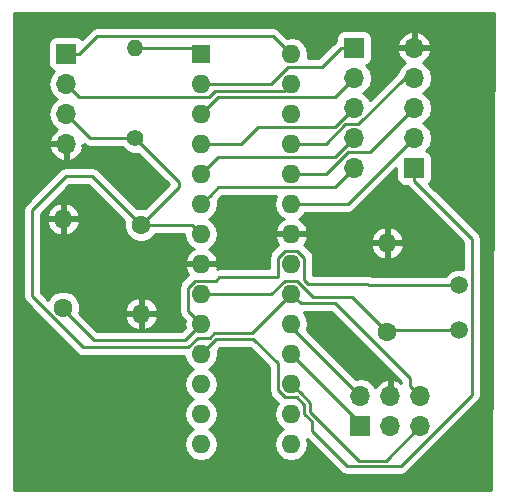
<source format=gbr>
G04 #@! TF.FileFunction,Copper,L2,Bot,Signal*
%FSLAX46Y46*%
G04 Gerber Fmt 4.6, Leading zero omitted, Abs format (unit mm)*
G04 Created by KiCad (PCBNEW 4.0.7-e2-6376~58~ubuntu14.04.1) date Tue Mar 27 12:53:26 2018*
%MOMM*%
%LPD*%
G01*
G04 APERTURE LIST*
%ADD10C,0.100000*%
%ADD11C,1.600000*%
%ADD12O,1.600000X1.600000*%
%ADD13R,1.700000X1.700000*%
%ADD14O,1.700000X1.700000*%
%ADD15C,1.400000*%
%ADD16O,1.400000X1.400000*%
%ADD17R,1.600000X1.600000*%
%ADD18C,1.500000*%
%ADD19C,0.250000*%
%ADD20C,0.254000*%
G04 APERTURE END LIST*
D10*
D11*
X163322000Y-117094000D03*
D12*
X163322000Y-124594000D03*
D11*
X156718000Y-124086000D03*
D12*
X156718000Y-116586000D03*
D11*
X184150000Y-126118000D03*
D12*
X184150000Y-118618000D03*
D13*
X181864000Y-134112000D03*
D14*
X181864000Y-131572000D03*
X184404000Y-134112000D03*
X184404000Y-131572000D03*
X186944000Y-134112000D03*
X186944000Y-131572000D03*
D13*
X156972000Y-102616000D03*
D14*
X156972000Y-105156000D03*
X156972000Y-107696000D03*
X156972000Y-110236000D03*
D13*
X181356000Y-102108000D03*
D14*
X181356000Y-104648000D03*
X181356000Y-107188000D03*
X181356000Y-109728000D03*
X181356000Y-112268000D03*
D13*
X186436000Y-112268000D03*
D14*
X186436000Y-109728000D03*
X186436000Y-107188000D03*
X186436000Y-104648000D03*
X186436000Y-102108000D03*
D15*
X162814000Y-109728000D03*
D16*
X162814000Y-102108000D03*
D17*
X168402000Y-102616000D03*
D12*
X176022000Y-135636000D03*
X168402000Y-105156000D03*
X176022000Y-133096000D03*
X168402000Y-107696000D03*
X176022000Y-130556000D03*
X168402000Y-110236000D03*
X176022000Y-128016000D03*
X168402000Y-112776000D03*
X176022000Y-125476000D03*
X168402000Y-115316000D03*
X176022000Y-122936000D03*
X168402000Y-117856000D03*
X176022000Y-120396000D03*
X168402000Y-120396000D03*
X176022000Y-117856000D03*
X168402000Y-122936000D03*
X176022000Y-115316000D03*
X168402000Y-125476000D03*
X176022000Y-112776000D03*
X168402000Y-128016000D03*
X176022000Y-110236000D03*
X168402000Y-130556000D03*
X176022000Y-107696000D03*
X168402000Y-133096000D03*
X176022000Y-105156000D03*
X168402000Y-135636000D03*
X176022000Y-102616000D03*
D18*
X190246000Y-122184000D03*
X190246000Y-125984000D03*
D19*
X162814000Y-109728000D02*
X166570406Y-113484406D01*
X166570406Y-113484406D02*
X166570406Y-113845594D01*
X166570406Y-113845594D02*
X163322000Y-117094000D01*
X172681207Y-126276793D02*
X175222001Y-123735999D01*
X169504796Y-126276793D02*
X172681207Y-126276793D01*
X175222001Y-123735999D02*
X176022000Y-122936000D01*
X169152070Y-126629519D02*
X169504796Y-126276793D01*
X154073566Y-123106568D02*
X158417008Y-127450010D01*
X154073566Y-115814572D02*
X154073566Y-123106568D01*
X163322000Y-117094000D02*
X159181618Y-112953618D01*
X159181618Y-112953618D02*
X156934520Y-112953618D01*
X156934520Y-112953618D02*
X154073566Y-115814572D01*
X167302988Y-127450010D02*
X168123479Y-126629519D01*
X168123479Y-126629519D02*
X169152070Y-126629519D01*
X158417008Y-127450010D02*
X167302988Y-127450010D01*
X186094001Y-130722001D02*
X186944000Y-131572000D01*
X179744067Y-123735999D02*
X186094001Y-130085933D01*
X186094001Y-130085933D02*
X186094001Y-130722001D01*
X176022000Y-122936000D02*
X176821999Y-123735999D01*
X176821999Y-123735999D02*
X179744067Y-123735999D01*
X163322000Y-117094000D02*
X167640000Y-117094000D01*
X167640000Y-117094000D02*
X168402000Y-117856000D01*
X162814000Y-109728000D02*
X159004000Y-109728000D01*
X159004000Y-109728000D02*
X156972000Y-107696000D01*
X156972000Y-116332000D02*
X156718000Y-116586000D01*
X168402000Y-125476000D02*
X167276999Y-124350999D01*
X167276999Y-124350999D02*
X167276999Y-122395999D01*
X167276999Y-122395999D02*
X167861999Y-121810999D01*
X167861999Y-121810999D02*
X169650913Y-121810999D01*
X169650913Y-121810999D02*
X169937819Y-121524093D01*
X169937819Y-121524093D02*
X174896999Y-121524093D01*
X174896999Y-121524093D02*
X174896999Y-119855999D01*
X174896999Y-119855999D02*
X175481999Y-119270999D01*
X175481999Y-119270999D02*
X176562001Y-119270999D01*
X176562001Y-119270999D02*
X177147001Y-119855999D01*
X177147001Y-119855999D02*
X177147001Y-121759589D01*
X177147001Y-121759589D02*
X177440595Y-122053182D01*
X177440595Y-122053182D02*
X182487176Y-122053182D01*
X182487176Y-122053182D02*
X182617994Y-122184000D01*
X182617994Y-122184000D02*
X189185340Y-122184000D01*
X189185340Y-122184000D02*
X190246000Y-122184000D01*
X156718000Y-124086000D02*
X156718000Y-124237557D01*
X156718000Y-124237557D02*
X159311823Y-126831380D01*
X159311823Y-126831380D02*
X167046620Y-126831380D01*
X167046620Y-126831380D02*
X168402000Y-125476000D01*
X169533370Y-122936000D02*
X168402000Y-122936000D01*
X176562001Y-121810999D02*
X175481999Y-121810999D01*
X175481999Y-121810999D02*
X174356998Y-122936000D01*
X177906453Y-123155451D02*
X176562001Y-121810999D01*
X184150000Y-126118000D02*
X181187451Y-123155451D01*
X181187451Y-123155451D02*
X177906453Y-123155451D01*
X174356998Y-122936000D02*
X169533370Y-122936000D01*
X190246000Y-125984000D02*
X184284000Y-125984000D01*
X184284000Y-125984000D02*
X184150000Y-126118000D01*
X181864000Y-134112000D02*
X181864000Y-133858000D01*
X181864000Y-133858000D02*
X176022000Y-128016000D01*
X181864000Y-131572000D02*
X176022000Y-125730000D01*
X176022000Y-125730000D02*
X176022000Y-125476000D01*
X162814000Y-102108000D02*
X167894000Y-102108000D01*
X167894000Y-102108000D02*
X168402000Y-102616000D01*
X177597012Y-132131012D02*
X176821999Y-131355999D01*
X177597012Y-132890194D02*
X177597012Y-132131012D01*
X176821999Y-131355999D02*
X176022000Y-130556000D01*
X186944000Y-134112000D02*
X184019127Y-137036873D01*
X184019127Y-137036873D02*
X181743689Y-137036873D01*
X181743689Y-137036873D02*
X177597012Y-132890194D01*
X156972000Y-102616000D02*
X158072000Y-102616000D01*
X158072000Y-102616000D02*
X159605001Y-101082999D01*
X159605001Y-101082999D02*
X174488999Y-101082999D01*
X174488999Y-101082999D02*
X175222001Y-101816001D01*
X175222001Y-101816001D02*
X176022000Y-102616000D01*
X175440818Y-105737182D02*
X176022000Y-105156000D01*
X169598818Y-105737182D02*
X175440818Y-105737182D01*
X169054999Y-106281001D02*
X169598818Y-105737182D01*
X158097001Y-106281001D02*
X169054999Y-106281001D01*
X156972000Y-105156000D02*
X158097001Y-106281001D01*
X168402000Y-105156000D02*
X174356998Y-105156000D01*
X174356998Y-105156000D02*
X175771997Y-103741001D01*
X175771997Y-103741001D02*
X178622999Y-103741001D01*
X178622999Y-103741001D02*
X180256000Y-102108000D01*
X180256000Y-102108000D02*
X181356000Y-102108000D01*
X168402000Y-107696000D02*
X169816999Y-106281001D01*
X180506001Y-105497999D02*
X181356000Y-104648000D01*
X169816999Y-106281001D02*
X179722999Y-106281001D01*
X179722999Y-106281001D02*
X180506001Y-105497999D01*
X168402000Y-110236000D02*
X171816998Y-110236000D01*
X171816998Y-110236000D02*
X173231997Y-108821001D01*
X173231997Y-108821001D02*
X179722999Y-108821001D01*
X179722999Y-108821001D02*
X180506001Y-108037999D01*
X180506001Y-108037999D02*
X181356000Y-107188000D01*
X168402000Y-112776000D02*
X169816999Y-111361001D01*
X169816999Y-111361001D02*
X179722999Y-111361001D01*
X179722999Y-111361001D02*
X180506001Y-110577999D01*
X180506001Y-110577999D02*
X181356000Y-109728000D01*
X181356000Y-112268000D02*
X179722999Y-113901001D01*
X179722999Y-113901001D02*
X169816999Y-113901001D01*
X169816999Y-113901001D02*
X169201999Y-114516001D01*
X169201999Y-114516001D02*
X168402000Y-115316000D01*
X186436000Y-113368000D02*
X186436000Y-112268000D01*
X175481999Y-131681001D02*
X176510591Y-131681001D01*
X191321001Y-118253001D02*
X186436000Y-113368000D01*
X177765987Y-134510999D02*
X180741872Y-137486884D01*
X168402000Y-128016000D02*
X169691196Y-126726804D01*
X169691196Y-126726804D02*
X172831296Y-126726804D01*
X180741872Y-137486884D02*
X185308118Y-137486884D01*
X172831296Y-126726804D02*
X174896999Y-128792507D01*
X174896999Y-128792507D02*
X174896999Y-131096001D01*
X174896999Y-131096001D02*
X175481999Y-131681001D01*
X176510591Y-131681001D02*
X177147002Y-132317412D01*
X185308118Y-137486884D02*
X191321001Y-131474001D01*
X177147002Y-132317412D02*
X177147003Y-133076595D01*
X177147003Y-133076595D02*
X177765987Y-133695580D01*
X177765987Y-133695580D02*
X177765987Y-134510999D01*
X191321001Y-131474001D02*
X191321001Y-118253001D01*
X186436000Y-109728000D02*
X180848000Y-115316000D01*
X180848000Y-115316000D02*
X176022000Y-115316000D01*
X186436000Y-107188000D02*
X182720999Y-110903001D01*
X182720999Y-110903001D02*
X180817409Y-110903001D01*
X178944410Y-112776000D02*
X177153370Y-112776000D01*
X180817409Y-110903001D02*
X178944410Y-112776000D01*
X177153370Y-112776000D02*
X176022000Y-112776000D01*
X186436000Y-104648000D02*
X185635002Y-104648000D01*
X185635002Y-104648000D02*
X181730003Y-108552999D01*
X181730003Y-108552999D02*
X180627411Y-108552999D01*
X180627411Y-108552999D02*
X178944410Y-110236000D01*
X178944410Y-110236000D02*
X177153370Y-110236000D01*
X177153370Y-110236000D02*
X176022000Y-110236000D01*
D20*
G36*
X192913791Y-139573000D02*
X152527000Y-139573000D01*
X152527000Y-115814572D01*
X153313566Y-115814572D01*
X153313566Y-123106568D01*
X153371418Y-123397407D01*
X153536165Y-123643969D01*
X157879607Y-127987411D01*
X158126169Y-128152158D01*
X158417008Y-128210010D01*
X166977478Y-128210010D01*
X167048120Y-128565151D01*
X167359189Y-129030698D01*
X167741275Y-129286000D01*
X167359189Y-129541302D01*
X167048120Y-130006849D01*
X166938887Y-130556000D01*
X167048120Y-131105151D01*
X167359189Y-131570698D01*
X167741275Y-131826000D01*
X167359189Y-132081302D01*
X167048120Y-132546849D01*
X166938887Y-133096000D01*
X167048120Y-133645151D01*
X167359189Y-134110698D01*
X167741275Y-134366000D01*
X167359189Y-134621302D01*
X167048120Y-135086849D01*
X166938887Y-135636000D01*
X167048120Y-136185151D01*
X167359189Y-136650698D01*
X167824736Y-136961767D01*
X168373887Y-137071000D01*
X168430113Y-137071000D01*
X168979264Y-136961767D01*
X169444811Y-136650698D01*
X169755880Y-136185151D01*
X169865113Y-135636000D01*
X169755880Y-135086849D01*
X169444811Y-134621302D01*
X169062725Y-134366000D01*
X169444811Y-134110698D01*
X169755880Y-133645151D01*
X169865113Y-133096000D01*
X169755880Y-132546849D01*
X169444811Y-132081302D01*
X169062725Y-131826000D01*
X169444811Y-131570698D01*
X169755880Y-131105151D01*
X169865113Y-130556000D01*
X169755880Y-130006849D01*
X169444811Y-129541302D01*
X169062725Y-129286000D01*
X169444811Y-129030698D01*
X169755880Y-128565151D01*
X169865113Y-128016000D01*
X169800688Y-127692114D01*
X170005998Y-127486804D01*
X172516494Y-127486804D01*
X174136999Y-129107309D01*
X174136999Y-131096001D01*
X174194851Y-131386840D01*
X174359598Y-131633402D01*
X174910419Y-132184223D01*
X174668120Y-132546849D01*
X174558887Y-133096000D01*
X174668120Y-133645151D01*
X174979189Y-134110698D01*
X175361275Y-134366000D01*
X174979189Y-134621302D01*
X174668120Y-135086849D01*
X174558887Y-135636000D01*
X174668120Y-136185151D01*
X174979189Y-136650698D01*
X175444736Y-136961767D01*
X175993887Y-137071000D01*
X176050113Y-137071000D01*
X176599264Y-136961767D01*
X177064811Y-136650698D01*
X177375880Y-136185151D01*
X177485113Y-135636000D01*
X177402907Y-135222721D01*
X180204471Y-138024285D01*
X180451033Y-138189032D01*
X180741872Y-138246884D01*
X185308118Y-138246884D01*
X185598957Y-138189032D01*
X185845519Y-138024285D01*
X191858402Y-132011402D01*
X192023149Y-131764840D01*
X192081001Y-131474001D01*
X192081001Y-118253001D01*
X192023149Y-117962162D01*
X191858402Y-117715600D01*
X187729805Y-113587003D01*
X187737441Y-113582090D01*
X187882431Y-113369890D01*
X187933440Y-113118000D01*
X187933440Y-111418000D01*
X187889162Y-111182683D01*
X187750090Y-110966559D01*
X187537890Y-110821569D01*
X187470459Y-110807914D01*
X187515147Y-110778054D01*
X187837054Y-110296285D01*
X187950093Y-109728000D01*
X187837054Y-109159715D01*
X187515147Y-108677946D01*
X187185974Y-108458000D01*
X187515147Y-108238054D01*
X187837054Y-107756285D01*
X187950093Y-107188000D01*
X187837054Y-106619715D01*
X187515147Y-106137946D01*
X187185974Y-105918000D01*
X187515147Y-105698054D01*
X187837054Y-105216285D01*
X187950093Y-104648000D01*
X187837054Y-104079715D01*
X187515147Y-103597946D01*
X187174447Y-103370298D01*
X187317358Y-103303183D01*
X187707645Y-102874924D01*
X187877476Y-102464890D01*
X187756155Y-102235000D01*
X186563000Y-102235000D01*
X186563000Y-102255000D01*
X186309000Y-102255000D01*
X186309000Y-102235000D01*
X185115845Y-102235000D01*
X184994524Y-102464890D01*
X185164355Y-102874924D01*
X185554642Y-103303183D01*
X185697553Y-103370298D01*
X185356853Y-103597946D01*
X185034946Y-104079715D01*
X185011720Y-104196480D01*
X182689535Y-106518665D01*
X182435147Y-106137946D01*
X182105974Y-105918000D01*
X182435147Y-105698054D01*
X182757054Y-105216285D01*
X182870093Y-104648000D01*
X182757054Y-104079715D01*
X182435147Y-103597946D01*
X182393548Y-103570150D01*
X182441317Y-103561162D01*
X182657441Y-103422090D01*
X182802431Y-103209890D01*
X182853440Y-102958000D01*
X182853440Y-101751110D01*
X184994524Y-101751110D01*
X185115845Y-101981000D01*
X186309000Y-101981000D01*
X186309000Y-100787181D01*
X186563000Y-100787181D01*
X186563000Y-101981000D01*
X187756155Y-101981000D01*
X187877476Y-101751110D01*
X187707645Y-101341076D01*
X187317358Y-100912817D01*
X186792892Y-100666514D01*
X186563000Y-100787181D01*
X186309000Y-100787181D01*
X186079108Y-100666514D01*
X185554642Y-100912817D01*
X185164355Y-101341076D01*
X184994524Y-101751110D01*
X182853440Y-101751110D01*
X182853440Y-101258000D01*
X182809162Y-101022683D01*
X182670090Y-100806559D01*
X182457890Y-100661569D01*
X182206000Y-100610560D01*
X180506000Y-100610560D01*
X180270683Y-100654838D01*
X180054559Y-100793910D01*
X179909569Y-101006110D01*
X179858560Y-101258000D01*
X179858560Y-101477080D01*
X179718599Y-101570599D01*
X178308197Y-102981001D01*
X177412510Y-102981001D01*
X177485113Y-102616000D01*
X177375880Y-102066849D01*
X177064811Y-101601302D01*
X176599264Y-101290233D01*
X176050113Y-101181000D01*
X175993887Y-101181000D01*
X175716898Y-101236096D01*
X175026400Y-100545598D01*
X174779838Y-100380851D01*
X174488999Y-100322999D01*
X159605001Y-100322999D01*
X159314162Y-100380851D01*
X159067600Y-100545598D01*
X158291003Y-101322195D01*
X158286090Y-101314559D01*
X158073890Y-101169569D01*
X157822000Y-101118560D01*
X156122000Y-101118560D01*
X155886683Y-101162838D01*
X155670559Y-101301910D01*
X155525569Y-101514110D01*
X155474560Y-101766000D01*
X155474560Y-103466000D01*
X155518838Y-103701317D01*
X155657910Y-103917441D01*
X155870110Y-104062431D01*
X155937541Y-104076086D01*
X155892853Y-104105946D01*
X155570946Y-104587715D01*
X155457907Y-105156000D01*
X155570946Y-105724285D01*
X155892853Y-106206054D01*
X156222026Y-106426000D01*
X155892853Y-106645946D01*
X155570946Y-107127715D01*
X155457907Y-107696000D01*
X155570946Y-108264285D01*
X155892853Y-108746054D01*
X156233553Y-108973702D01*
X156090642Y-109040817D01*
X155700355Y-109469076D01*
X155530524Y-109879110D01*
X155651845Y-110109000D01*
X156845000Y-110109000D01*
X156845000Y-110089000D01*
X157099000Y-110089000D01*
X157099000Y-110109000D01*
X157119000Y-110109000D01*
X157119000Y-110363000D01*
X157099000Y-110363000D01*
X157099000Y-111556819D01*
X157328892Y-111677486D01*
X157853358Y-111431183D01*
X158243645Y-111002924D01*
X158413476Y-110592890D01*
X158292156Y-110363002D01*
X158457000Y-110363002D01*
X158457000Y-110255802D01*
X158466599Y-110265401D01*
X158713161Y-110430148D01*
X159004000Y-110488000D01*
X161686345Y-110488000D01*
X162056796Y-110859098D01*
X162547287Y-111062768D01*
X163074426Y-111063228D01*
X165676198Y-113665000D01*
X163660454Y-115680744D01*
X163608691Y-115659250D01*
X163037813Y-115658752D01*
X162983851Y-115681049D01*
X159719019Y-112416217D01*
X159472457Y-112251470D01*
X159181618Y-112193618D01*
X156934520Y-112193618D01*
X156643681Y-112251470D01*
X156397119Y-112416217D01*
X153536165Y-115277171D01*
X153371418Y-115523733D01*
X153313566Y-115814572D01*
X152527000Y-115814572D01*
X152527000Y-110592890D01*
X155530524Y-110592890D01*
X155700355Y-111002924D01*
X156090642Y-111431183D01*
X156615108Y-111677486D01*
X156845000Y-111556819D01*
X156845000Y-110363000D01*
X155651845Y-110363000D01*
X155530524Y-110592890D01*
X152527000Y-110592890D01*
X152527000Y-99187000D01*
X193166203Y-99187000D01*
X192913791Y-139573000D01*
X192913791Y-139573000D01*
G37*
X192913791Y-139573000D02*
X152527000Y-139573000D01*
X152527000Y-115814572D01*
X153313566Y-115814572D01*
X153313566Y-123106568D01*
X153371418Y-123397407D01*
X153536165Y-123643969D01*
X157879607Y-127987411D01*
X158126169Y-128152158D01*
X158417008Y-128210010D01*
X166977478Y-128210010D01*
X167048120Y-128565151D01*
X167359189Y-129030698D01*
X167741275Y-129286000D01*
X167359189Y-129541302D01*
X167048120Y-130006849D01*
X166938887Y-130556000D01*
X167048120Y-131105151D01*
X167359189Y-131570698D01*
X167741275Y-131826000D01*
X167359189Y-132081302D01*
X167048120Y-132546849D01*
X166938887Y-133096000D01*
X167048120Y-133645151D01*
X167359189Y-134110698D01*
X167741275Y-134366000D01*
X167359189Y-134621302D01*
X167048120Y-135086849D01*
X166938887Y-135636000D01*
X167048120Y-136185151D01*
X167359189Y-136650698D01*
X167824736Y-136961767D01*
X168373887Y-137071000D01*
X168430113Y-137071000D01*
X168979264Y-136961767D01*
X169444811Y-136650698D01*
X169755880Y-136185151D01*
X169865113Y-135636000D01*
X169755880Y-135086849D01*
X169444811Y-134621302D01*
X169062725Y-134366000D01*
X169444811Y-134110698D01*
X169755880Y-133645151D01*
X169865113Y-133096000D01*
X169755880Y-132546849D01*
X169444811Y-132081302D01*
X169062725Y-131826000D01*
X169444811Y-131570698D01*
X169755880Y-131105151D01*
X169865113Y-130556000D01*
X169755880Y-130006849D01*
X169444811Y-129541302D01*
X169062725Y-129286000D01*
X169444811Y-129030698D01*
X169755880Y-128565151D01*
X169865113Y-128016000D01*
X169800688Y-127692114D01*
X170005998Y-127486804D01*
X172516494Y-127486804D01*
X174136999Y-129107309D01*
X174136999Y-131096001D01*
X174194851Y-131386840D01*
X174359598Y-131633402D01*
X174910419Y-132184223D01*
X174668120Y-132546849D01*
X174558887Y-133096000D01*
X174668120Y-133645151D01*
X174979189Y-134110698D01*
X175361275Y-134366000D01*
X174979189Y-134621302D01*
X174668120Y-135086849D01*
X174558887Y-135636000D01*
X174668120Y-136185151D01*
X174979189Y-136650698D01*
X175444736Y-136961767D01*
X175993887Y-137071000D01*
X176050113Y-137071000D01*
X176599264Y-136961767D01*
X177064811Y-136650698D01*
X177375880Y-136185151D01*
X177485113Y-135636000D01*
X177402907Y-135222721D01*
X180204471Y-138024285D01*
X180451033Y-138189032D01*
X180741872Y-138246884D01*
X185308118Y-138246884D01*
X185598957Y-138189032D01*
X185845519Y-138024285D01*
X191858402Y-132011402D01*
X192023149Y-131764840D01*
X192081001Y-131474001D01*
X192081001Y-118253001D01*
X192023149Y-117962162D01*
X191858402Y-117715600D01*
X187729805Y-113587003D01*
X187737441Y-113582090D01*
X187882431Y-113369890D01*
X187933440Y-113118000D01*
X187933440Y-111418000D01*
X187889162Y-111182683D01*
X187750090Y-110966559D01*
X187537890Y-110821569D01*
X187470459Y-110807914D01*
X187515147Y-110778054D01*
X187837054Y-110296285D01*
X187950093Y-109728000D01*
X187837054Y-109159715D01*
X187515147Y-108677946D01*
X187185974Y-108458000D01*
X187515147Y-108238054D01*
X187837054Y-107756285D01*
X187950093Y-107188000D01*
X187837054Y-106619715D01*
X187515147Y-106137946D01*
X187185974Y-105918000D01*
X187515147Y-105698054D01*
X187837054Y-105216285D01*
X187950093Y-104648000D01*
X187837054Y-104079715D01*
X187515147Y-103597946D01*
X187174447Y-103370298D01*
X187317358Y-103303183D01*
X187707645Y-102874924D01*
X187877476Y-102464890D01*
X187756155Y-102235000D01*
X186563000Y-102235000D01*
X186563000Y-102255000D01*
X186309000Y-102255000D01*
X186309000Y-102235000D01*
X185115845Y-102235000D01*
X184994524Y-102464890D01*
X185164355Y-102874924D01*
X185554642Y-103303183D01*
X185697553Y-103370298D01*
X185356853Y-103597946D01*
X185034946Y-104079715D01*
X185011720Y-104196480D01*
X182689535Y-106518665D01*
X182435147Y-106137946D01*
X182105974Y-105918000D01*
X182435147Y-105698054D01*
X182757054Y-105216285D01*
X182870093Y-104648000D01*
X182757054Y-104079715D01*
X182435147Y-103597946D01*
X182393548Y-103570150D01*
X182441317Y-103561162D01*
X182657441Y-103422090D01*
X182802431Y-103209890D01*
X182853440Y-102958000D01*
X182853440Y-101751110D01*
X184994524Y-101751110D01*
X185115845Y-101981000D01*
X186309000Y-101981000D01*
X186309000Y-100787181D01*
X186563000Y-100787181D01*
X186563000Y-101981000D01*
X187756155Y-101981000D01*
X187877476Y-101751110D01*
X187707645Y-101341076D01*
X187317358Y-100912817D01*
X186792892Y-100666514D01*
X186563000Y-100787181D01*
X186309000Y-100787181D01*
X186079108Y-100666514D01*
X185554642Y-100912817D01*
X185164355Y-101341076D01*
X184994524Y-101751110D01*
X182853440Y-101751110D01*
X182853440Y-101258000D01*
X182809162Y-101022683D01*
X182670090Y-100806559D01*
X182457890Y-100661569D01*
X182206000Y-100610560D01*
X180506000Y-100610560D01*
X180270683Y-100654838D01*
X180054559Y-100793910D01*
X179909569Y-101006110D01*
X179858560Y-101258000D01*
X179858560Y-101477080D01*
X179718599Y-101570599D01*
X178308197Y-102981001D01*
X177412510Y-102981001D01*
X177485113Y-102616000D01*
X177375880Y-102066849D01*
X177064811Y-101601302D01*
X176599264Y-101290233D01*
X176050113Y-101181000D01*
X175993887Y-101181000D01*
X175716898Y-101236096D01*
X175026400Y-100545598D01*
X174779838Y-100380851D01*
X174488999Y-100322999D01*
X159605001Y-100322999D01*
X159314162Y-100380851D01*
X159067600Y-100545598D01*
X158291003Y-101322195D01*
X158286090Y-101314559D01*
X158073890Y-101169569D01*
X157822000Y-101118560D01*
X156122000Y-101118560D01*
X155886683Y-101162838D01*
X155670559Y-101301910D01*
X155525569Y-101514110D01*
X155474560Y-101766000D01*
X155474560Y-103466000D01*
X155518838Y-103701317D01*
X155657910Y-103917441D01*
X155870110Y-104062431D01*
X155937541Y-104076086D01*
X155892853Y-104105946D01*
X155570946Y-104587715D01*
X155457907Y-105156000D01*
X155570946Y-105724285D01*
X155892853Y-106206054D01*
X156222026Y-106426000D01*
X155892853Y-106645946D01*
X155570946Y-107127715D01*
X155457907Y-107696000D01*
X155570946Y-108264285D01*
X155892853Y-108746054D01*
X156233553Y-108973702D01*
X156090642Y-109040817D01*
X155700355Y-109469076D01*
X155530524Y-109879110D01*
X155651845Y-110109000D01*
X156845000Y-110109000D01*
X156845000Y-110089000D01*
X157099000Y-110089000D01*
X157099000Y-110109000D01*
X157119000Y-110109000D01*
X157119000Y-110363000D01*
X157099000Y-110363000D01*
X157099000Y-111556819D01*
X157328892Y-111677486D01*
X157853358Y-111431183D01*
X158243645Y-111002924D01*
X158413476Y-110592890D01*
X158292156Y-110363002D01*
X158457000Y-110363002D01*
X158457000Y-110255802D01*
X158466599Y-110265401D01*
X158713161Y-110430148D01*
X159004000Y-110488000D01*
X161686345Y-110488000D01*
X162056796Y-110859098D01*
X162547287Y-111062768D01*
X163074426Y-111063228D01*
X165676198Y-113665000D01*
X163660454Y-115680744D01*
X163608691Y-115659250D01*
X163037813Y-115658752D01*
X162983851Y-115681049D01*
X159719019Y-112416217D01*
X159472457Y-112251470D01*
X159181618Y-112193618D01*
X156934520Y-112193618D01*
X156643681Y-112251470D01*
X156397119Y-112416217D01*
X153536165Y-115277171D01*
X153371418Y-115523733D01*
X153313566Y-115814572D01*
X152527000Y-115814572D01*
X152527000Y-110592890D01*
X155530524Y-110592890D01*
X155700355Y-111002924D01*
X156090642Y-111431183D01*
X156615108Y-111677486D01*
X156845000Y-111556819D01*
X156845000Y-110363000D01*
X155651845Y-110363000D01*
X155530524Y-110592890D01*
X152527000Y-110592890D01*
X152527000Y-99187000D01*
X193166203Y-99187000D01*
X192913791Y-139573000D01*
G36*
X185334001Y-130400735D02*
X185334001Y-130448973D01*
X185170924Y-130300355D01*
X184760890Y-130130524D01*
X184531000Y-130251845D01*
X184531000Y-131445000D01*
X184551000Y-131445000D01*
X184551000Y-131699000D01*
X184531000Y-131699000D01*
X184531000Y-131719000D01*
X184277000Y-131719000D01*
X184277000Y-131699000D01*
X184257000Y-131699000D01*
X184257000Y-131445000D01*
X184277000Y-131445000D01*
X184277000Y-130251845D01*
X184047110Y-130130524D01*
X183637076Y-130300355D01*
X183208817Y-130690642D01*
X183141702Y-130833553D01*
X182914054Y-130492853D01*
X182432285Y-130170946D01*
X181864000Y-130057907D01*
X181497592Y-130130790D01*
X177378547Y-126011745D01*
X177485113Y-125476000D01*
X177375880Y-124926849D01*
X177087995Y-124495999D01*
X179429265Y-124495999D01*
X185334001Y-130400735D01*
X185334001Y-130400735D01*
G37*
X185334001Y-130400735D02*
X185334001Y-130448973D01*
X185170924Y-130300355D01*
X184760890Y-130130524D01*
X184531000Y-130251845D01*
X184531000Y-131445000D01*
X184551000Y-131445000D01*
X184551000Y-131699000D01*
X184531000Y-131699000D01*
X184531000Y-131719000D01*
X184277000Y-131719000D01*
X184277000Y-131699000D01*
X184257000Y-131699000D01*
X184257000Y-131445000D01*
X184277000Y-131445000D01*
X184277000Y-130251845D01*
X184047110Y-130130524D01*
X183637076Y-130300355D01*
X183208817Y-130690642D01*
X183141702Y-130833553D01*
X182914054Y-130492853D01*
X182432285Y-130170946D01*
X181864000Y-130057907D01*
X181497592Y-130130790D01*
X177378547Y-126011745D01*
X177485113Y-125476000D01*
X177375880Y-124926849D01*
X177087995Y-124495999D01*
X179429265Y-124495999D01*
X185334001Y-130400735D01*
G36*
X184938560Y-113118000D02*
X184982838Y-113353317D01*
X185121910Y-113569441D01*
X185334110Y-113714431D01*
X185586000Y-113765440D01*
X185805080Y-113765440D01*
X185898599Y-113905401D01*
X190561001Y-118567803D01*
X190561001Y-120815144D01*
X190522702Y-120799241D01*
X189971715Y-120798760D01*
X189462485Y-121009169D01*
X189072539Y-121398436D01*
X189061924Y-121424000D01*
X182887217Y-121424000D01*
X182778015Y-121351034D01*
X182487176Y-121293182D01*
X177907001Y-121293182D01*
X177907001Y-119855999D01*
X177849149Y-119565160D01*
X177684402Y-119318598D01*
X177332845Y-118967041D01*
X182758086Y-118967041D01*
X182997611Y-119473134D01*
X183412577Y-119849041D01*
X183800961Y-120009904D01*
X184023000Y-119887915D01*
X184023000Y-118745000D01*
X184277000Y-118745000D01*
X184277000Y-119887915D01*
X184499039Y-120009904D01*
X184887423Y-119849041D01*
X185302389Y-119473134D01*
X185541914Y-118967041D01*
X185420629Y-118745000D01*
X184277000Y-118745000D01*
X184023000Y-118745000D01*
X182879371Y-118745000D01*
X182758086Y-118967041D01*
X177332845Y-118967041D01*
X177113389Y-118747585D01*
X177253041Y-118593423D01*
X177387429Y-118268959D01*
X182758086Y-118268959D01*
X182879371Y-118491000D01*
X184023000Y-118491000D01*
X184023000Y-117348085D01*
X184277000Y-117348085D01*
X184277000Y-118491000D01*
X185420629Y-118491000D01*
X185541914Y-118268959D01*
X185302389Y-117762866D01*
X184887423Y-117386959D01*
X184499039Y-117226096D01*
X184277000Y-117348085D01*
X184023000Y-117348085D01*
X183800961Y-117226096D01*
X183412577Y-117386959D01*
X182997611Y-117762866D01*
X182758086Y-118268959D01*
X177387429Y-118268959D01*
X177413904Y-118205039D01*
X177291915Y-117983000D01*
X176149000Y-117983000D01*
X176149000Y-118003000D01*
X175895000Y-118003000D01*
X175895000Y-117983000D01*
X174752085Y-117983000D01*
X174630096Y-118205039D01*
X174790959Y-118593423D01*
X174930611Y-118747585D01*
X174359598Y-119318598D01*
X174194851Y-119565160D01*
X174136999Y-119855999D01*
X174136999Y-120764093D01*
X169937819Y-120764093D01*
X169772382Y-120797001D01*
X169793904Y-120745039D01*
X169671915Y-120523000D01*
X168529000Y-120523000D01*
X168529000Y-120543000D01*
X168275000Y-120543000D01*
X168275000Y-120523000D01*
X167132085Y-120523000D01*
X167010096Y-120745039D01*
X167170959Y-121133423D01*
X167310611Y-121287585D01*
X166739598Y-121858598D01*
X166574851Y-122105160D01*
X166516999Y-122395999D01*
X166516999Y-124350999D01*
X166574851Y-124641838D01*
X166739598Y-124888400D01*
X167003312Y-125152114D01*
X166938887Y-125476000D01*
X167003312Y-125799886D01*
X166731818Y-126071380D01*
X159626625Y-126071380D01*
X158498286Y-124943041D01*
X161930086Y-124943041D01*
X162169611Y-125449134D01*
X162584577Y-125825041D01*
X162972961Y-125985904D01*
X163195000Y-125863915D01*
X163195000Y-124721000D01*
X163449000Y-124721000D01*
X163449000Y-125863915D01*
X163671039Y-125985904D01*
X164059423Y-125825041D01*
X164474389Y-125449134D01*
X164713914Y-124943041D01*
X164592629Y-124721000D01*
X163449000Y-124721000D01*
X163195000Y-124721000D01*
X162051371Y-124721000D01*
X161930086Y-124943041D01*
X158498286Y-124943041D01*
X158086789Y-124531544D01*
X158152750Y-124372691D01*
X158152861Y-124244959D01*
X161930086Y-124244959D01*
X162051371Y-124467000D01*
X163195000Y-124467000D01*
X163195000Y-123324085D01*
X163449000Y-123324085D01*
X163449000Y-124467000D01*
X164592629Y-124467000D01*
X164713914Y-124244959D01*
X164474389Y-123738866D01*
X164059423Y-123362959D01*
X163671039Y-123202096D01*
X163449000Y-123324085D01*
X163195000Y-123324085D01*
X162972961Y-123202096D01*
X162584577Y-123362959D01*
X162169611Y-123738866D01*
X161930086Y-124244959D01*
X158152861Y-124244959D01*
X158153248Y-123801813D01*
X157935243Y-123274200D01*
X157531923Y-122870176D01*
X157004691Y-122651250D01*
X156433813Y-122650752D01*
X155906200Y-122868757D01*
X155502176Y-123272077D01*
X155446928Y-123405128D01*
X154833566Y-122791766D01*
X154833566Y-116935041D01*
X155326086Y-116935041D01*
X155565611Y-117441134D01*
X155980577Y-117817041D01*
X156368961Y-117977904D01*
X156591000Y-117855915D01*
X156591000Y-116713000D01*
X156845000Y-116713000D01*
X156845000Y-117855915D01*
X157067039Y-117977904D01*
X157455423Y-117817041D01*
X157870389Y-117441134D01*
X158109914Y-116935041D01*
X157988629Y-116713000D01*
X156845000Y-116713000D01*
X156591000Y-116713000D01*
X155447371Y-116713000D01*
X155326086Y-116935041D01*
X154833566Y-116935041D01*
X154833566Y-116236959D01*
X155326086Y-116236959D01*
X155447371Y-116459000D01*
X156591000Y-116459000D01*
X156591000Y-115316085D01*
X156845000Y-115316085D01*
X156845000Y-116459000D01*
X157988629Y-116459000D01*
X158109914Y-116236959D01*
X157870389Y-115730866D01*
X157455423Y-115354959D01*
X157067039Y-115194096D01*
X156845000Y-115316085D01*
X156591000Y-115316085D01*
X156368961Y-115194096D01*
X155980577Y-115354959D01*
X155565611Y-115730866D01*
X155326086Y-116236959D01*
X154833566Y-116236959D01*
X154833566Y-116129374D01*
X157249322Y-113713618D01*
X158866816Y-113713618D01*
X161908744Y-116755546D01*
X161887250Y-116807309D01*
X161886752Y-117378187D01*
X162104757Y-117905800D01*
X162508077Y-118309824D01*
X163035309Y-118528750D01*
X163606187Y-118529248D01*
X164133800Y-118311243D01*
X164537824Y-117907923D01*
X164560215Y-117854000D01*
X166939285Y-117854000D01*
X166938887Y-117856000D01*
X167048120Y-118405151D01*
X167359189Y-118870698D01*
X167763703Y-119140986D01*
X167546866Y-119243611D01*
X167170959Y-119658577D01*
X167010096Y-120046961D01*
X167132085Y-120269000D01*
X168275000Y-120269000D01*
X168275000Y-120249000D01*
X168529000Y-120249000D01*
X168529000Y-120269000D01*
X169671915Y-120269000D01*
X169793904Y-120046961D01*
X169633041Y-119658577D01*
X169257134Y-119243611D01*
X169040297Y-119140986D01*
X169444811Y-118870698D01*
X169755880Y-118405151D01*
X169865113Y-117856000D01*
X169755880Y-117306849D01*
X169444811Y-116841302D01*
X169062725Y-116586000D01*
X169444811Y-116330698D01*
X169755880Y-115865151D01*
X169865113Y-115316000D01*
X169800688Y-114992114D01*
X170131801Y-114661001D01*
X174738845Y-114661001D01*
X174668120Y-114766849D01*
X174558887Y-115316000D01*
X174668120Y-115865151D01*
X174979189Y-116330698D01*
X175383703Y-116600986D01*
X175166866Y-116703611D01*
X174790959Y-117118577D01*
X174630096Y-117506961D01*
X174752085Y-117729000D01*
X175895000Y-117729000D01*
X175895000Y-117709000D01*
X176149000Y-117709000D01*
X176149000Y-117729000D01*
X177291915Y-117729000D01*
X177413904Y-117506961D01*
X177253041Y-117118577D01*
X176877134Y-116703611D01*
X176660297Y-116600986D01*
X177064811Y-116330698D01*
X177234995Y-116076000D01*
X180848000Y-116076000D01*
X181138839Y-116018148D01*
X181385401Y-115853401D01*
X184938560Y-112300242D01*
X184938560Y-113118000D01*
X184938560Y-113118000D01*
G37*
X184938560Y-113118000D02*
X184982838Y-113353317D01*
X185121910Y-113569441D01*
X185334110Y-113714431D01*
X185586000Y-113765440D01*
X185805080Y-113765440D01*
X185898599Y-113905401D01*
X190561001Y-118567803D01*
X190561001Y-120815144D01*
X190522702Y-120799241D01*
X189971715Y-120798760D01*
X189462485Y-121009169D01*
X189072539Y-121398436D01*
X189061924Y-121424000D01*
X182887217Y-121424000D01*
X182778015Y-121351034D01*
X182487176Y-121293182D01*
X177907001Y-121293182D01*
X177907001Y-119855999D01*
X177849149Y-119565160D01*
X177684402Y-119318598D01*
X177332845Y-118967041D01*
X182758086Y-118967041D01*
X182997611Y-119473134D01*
X183412577Y-119849041D01*
X183800961Y-120009904D01*
X184023000Y-119887915D01*
X184023000Y-118745000D01*
X184277000Y-118745000D01*
X184277000Y-119887915D01*
X184499039Y-120009904D01*
X184887423Y-119849041D01*
X185302389Y-119473134D01*
X185541914Y-118967041D01*
X185420629Y-118745000D01*
X184277000Y-118745000D01*
X184023000Y-118745000D01*
X182879371Y-118745000D01*
X182758086Y-118967041D01*
X177332845Y-118967041D01*
X177113389Y-118747585D01*
X177253041Y-118593423D01*
X177387429Y-118268959D01*
X182758086Y-118268959D01*
X182879371Y-118491000D01*
X184023000Y-118491000D01*
X184023000Y-117348085D01*
X184277000Y-117348085D01*
X184277000Y-118491000D01*
X185420629Y-118491000D01*
X185541914Y-118268959D01*
X185302389Y-117762866D01*
X184887423Y-117386959D01*
X184499039Y-117226096D01*
X184277000Y-117348085D01*
X184023000Y-117348085D01*
X183800961Y-117226096D01*
X183412577Y-117386959D01*
X182997611Y-117762866D01*
X182758086Y-118268959D01*
X177387429Y-118268959D01*
X177413904Y-118205039D01*
X177291915Y-117983000D01*
X176149000Y-117983000D01*
X176149000Y-118003000D01*
X175895000Y-118003000D01*
X175895000Y-117983000D01*
X174752085Y-117983000D01*
X174630096Y-118205039D01*
X174790959Y-118593423D01*
X174930611Y-118747585D01*
X174359598Y-119318598D01*
X174194851Y-119565160D01*
X174136999Y-119855999D01*
X174136999Y-120764093D01*
X169937819Y-120764093D01*
X169772382Y-120797001D01*
X169793904Y-120745039D01*
X169671915Y-120523000D01*
X168529000Y-120523000D01*
X168529000Y-120543000D01*
X168275000Y-120543000D01*
X168275000Y-120523000D01*
X167132085Y-120523000D01*
X167010096Y-120745039D01*
X167170959Y-121133423D01*
X167310611Y-121287585D01*
X166739598Y-121858598D01*
X166574851Y-122105160D01*
X166516999Y-122395999D01*
X166516999Y-124350999D01*
X166574851Y-124641838D01*
X166739598Y-124888400D01*
X167003312Y-125152114D01*
X166938887Y-125476000D01*
X167003312Y-125799886D01*
X166731818Y-126071380D01*
X159626625Y-126071380D01*
X158498286Y-124943041D01*
X161930086Y-124943041D01*
X162169611Y-125449134D01*
X162584577Y-125825041D01*
X162972961Y-125985904D01*
X163195000Y-125863915D01*
X163195000Y-124721000D01*
X163449000Y-124721000D01*
X163449000Y-125863915D01*
X163671039Y-125985904D01*
X164059423Y-125825041D01*
X164474389Y-125449134D01*
X164713914Y-124943041D01*
X164592629Y-124721000D01*
X163449000Y-124721000D01*
X163195000Y-124721000D01*
X162051371Y-124721000D01*
X161930086Y-124943041D01*
X158498286Y-124943041D01*
X158086789Y-124531544D01*
X158152750Y-124372691D01*
X158152861Y-124244959D01*
X161930086Y-124244959D01*
X162051371Y-124467000D01*
X163195000Y-124467000D01*
X163195000Y-123324085D01*
X163449000Y-123324085D01*
X163449000Y-124467000D01*
X164592629Y-124467000D01*
X164713914Y-124244959D01*
X164474389Y-123738866D01*
X164059423Y-123362959D01*
X163671039Y-123202096D01*
X163449000Y-123324085D01*
X163195000Y-123324085D01*
X162972961Y-123202096D01*
X162584577Y-123362959D01*
X162169611Y-123738866D01*
X161930086Y-124244959D01*
X158152861Y-124244959D01*
X158153248Y-123801813D01*
X157935243Y-123274200D01*
X157531923Y-122870176D01*
X157004691Y-122651250D01*
X156433813Y-122650752D01*
X155906200Y-122868757D01*
X155502176Y-123272077D01*
X155446928Y-123405128D01*
X154833566Y-122791766D01*
X154833566Y-116935041D01*
X155326086Y-116935041D01*
X155565611Y-117441134D01*
X155980577Y-117817041D01*
X156368961Y-117977904D01*
X156591000Y-117855915D01*
X156591000Y-116713000D01*
X156845000Y-116713000D01*
X156845000Y-117855915D01*
X157067039Y-117977904D01*
X157455423Y-117817041D01*
X157870389Y-117441134D01*
X158109914Y-116935041D01*
X157988629Y-116713000D01*
X156845000Y-116713000D01*
X156591000Y-116713000D01*
X155447371Y-116713000D01*
X155326086Y-116935041D01*
X154833566Y-116935041D01*
X154833566Y-116236959D01*
X155326086Y-116236959D01*
X155447371Y-116459000D01*
X156591000Y-116459000D01*
X156591000Y-115316085D01*
X156845000Y-115316085D01*
X156845000Y-116459000D01*
X157988629Y-116459000D01*
X158109914Y-116236959D01*
X157870389Y-115730866D01*
X157455423Y-115354959D01*
X157067039Y-115194096D01*
X156845000Y-115316085D01*
X156591000Y-115316085D01*
X156368961Y-115194096D01*
X155980577Y-115354959D01*
X155565611Y-115730866D01*
X155326086Y-116236959D01*
X154833566Y-116236959D01*
X154833566Y-116129374D01*
X157249322Y-113713618D01*
X158866816Y-113713618D01*
X161908744Y-116755546D01*
X161887250Y-116807309D01*
X161886752Y-117378187D01*
X162104757Y-117905800D01*
X162508077Y-118309824D01*
X163035309Y-118528750D01*
X163606187Y-118529248D01*
X164133800Y-118311243D01*
X164537824Y-117907923D01*
X164560215Y-117854000D01*
X166939285Y-117854000D01*
X166938887Y-117856000D01*
X167048120Y-118405151D01*
X167359189Y-118870698D01*
X167763703Y-119140986D01*
X167546866Y-119243611D01*
X167170959Y-119658577D01*
X167010096Y-120046961D01*
X167132085Y-120269000D01*
X168275000Y-120269000D01*
X168275000Y-120249000D01*
X168529000Y-120249000D01*
X168529000Y-120269000D01*
X169671915Y-120269000D01*
X169793904Y-120046961D01*
X169633041Y-119658577D01*
X169257134Y-119243611D01*
X169040297Y-119140986D01*
X169444811Y-118870698D01*
X169755880Y-118405151D01*
X169865113Y-117856000D01*
X169755880Y-117306849D01*
X169444811Y-116841302D01*
X169062725Y-116586000D01*
X169444811Y-116330698D01*
X169755880Y-115865151D01*
X169865113Y-115316000D01*
X169800688Y-114992114D01*
X170131801Y-114661001D01*
X174738845Y-114661001D01*
X174668120Y-114766849D01*
X174558887Y-115316000D01*
X174668120Y-115865151D01*
X174979189Y-116330698D01*
X175383703Y-116600986D01*
X175166866Y-116703611D01*
X174790959Y-117118577D01*
X174630096Y-117506961D01*
X174752085Y-117729000D01*
X175895000Y-117729000D01*
X175895000Y-117709000D01*
X176149000Y-117709000D01*
X176149000Y-117729000D01*
X177291915Y-117729000D01*
X177413904Y-117506961D01*
X177253041Y-117118577D01*
X176877134Y-116703611D01*
X176660297Y-116600986D01*
X177064811Y-116330698D01*
X177234995Y-116076000D01*
X180848000Y-116076000D01*
X181138839Y-116018148D01*
X181385401Y-115853401D01*
X184938560Y-112300242D01*
X184938560Y-113118000D01*
M02*

</source>
